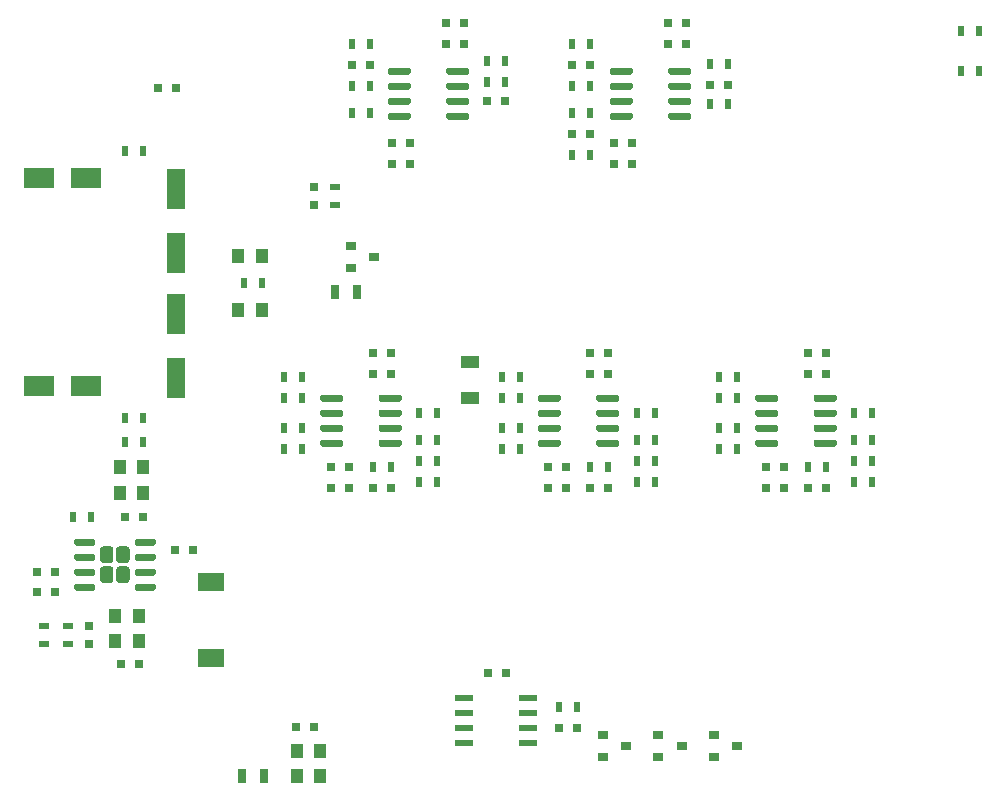
<source format=gtp>
G04 #@! TF.GenerationSoftware,KiCad,Pcbnew,(5.1.12)-1*
G04 #@! TF.CreationDate,2022-09-19T12:41:43+02:00*
G04 #@! TF.ProjectId,some_wave_v2,736f6d65-5f77-4617-9665-5f76322e6b69,rev?*
G04 #@! TF.SameCoordinates,Original*
G04 #@! TF.FileFunction,Paste,Top*
G04 #@! TF.FilePolarity,Positive*
%FSLAX46Y46*%
G04 Gerber Fmt 4.6, Leading zero omitted, Abs format (unit mm)*
G04 Created by KiCad (PCBNEW (5.1.12)-1) date 2022-09-19 12:41:43*
%MOMM*%
%LPD*%
G01*
G04 APERTURE LIST*
%ADD10R,0.750000X0.800000*%
%ADD11R,2.200000X1.500000*%
%ADD12R,0.800000X0.750000*%
%ADD13R,0.500000X0.900000*%
%ADD14R,0.900000X0.500000*%
%ADD15R,1.000000X1.250000*%
%ADD16R,1.600000X3.500000*%
%ADD17R,0.900000X0.800000*%
%ADD18R,2.500000X1.800000*%
%ADD19R,0.700000X1.300000*%
%ADD20R,1.600000X1.000000*%
%ADD21R,1.550000X0.600000*%
G04 APERTURE END LIST*
D10*
X26162000Y-16268000D03*
X26162000Y-17768000D03*
G36*
G01*
X9386000Y-49570000D02*
X9386000Y-48650000D01*
G75*
G02*
X9636000Y-48400000I250000J0D01*
G01*
X10266000Y-48400000D01*
G75*
G02*
X10516000Y-48650000I0J-250000D01*
G01*
X10516000Y-49570000D01*
G75*
G02*
X10266000Y-49820000I-250000J0D01*
G01*
X9636000Y-49820000D01*
G75*
G02*
X9386000Y-49570000I0J250000D01*
G01*
G37*
G36*
G01*
X9386000Y-47870000D02*
X9386000Y-46950000D01*
G75*
G02*
X9636000Y-46700000I250000J0D01*
G01*
X10266000Y-46700000D01*
G75*
G02*
X10516000Y-46950000I0J-250000D01*
G01*
X10516000Y-47870000D01*
G75*
G02*
X10266000Y-48120000I-250000J0D01*
G01*
X9636000Y-48120000D01*
G75*
G02*
X9386000Y-47870000I0J250000D01*
G01*
G37*
G36*
G01*
X8026000Y-49570000D02*
X8026000Y-48650000D01*
G75*
G02*
X8276000Y-48400000I250000J0D01*
G01*
X8906000Y-48400000D01*
G75*
G02*
X9156000Y-48650000I0J-250000D01*
G01*
X9156000Y-49570000D01*
G75*
G02*
X8906000Y-49820000I-250000J0D01*
G01*
X8276000Y-49820000D01*
G75*
G02*
X8026000Y-49570000I0J250000D01*
G01*
G37*
G36*
G01*
X8026000Y-47870000D02*
X8026000Y-46950000D01*
G75*
G02*
X8276000Y-46700000I250000J0D01*
G01*
X8906000Y-46700000D01*
G75*
G02*
X9156000Y-46950000I0J-250000D01*
G01*
X9156000Y-47870000D01*
G75*
G02*
X8906000Y-48120000I-250000J0D01*
G01*
X8276000Y-48120000D01*
G75*
G02*
X8026000Y-47870000I0J250000D01*
G01*
G37*
G36*
G01*
X10946000Y-46505000D02*
X10946000Y-46205000D01*
G75*
G02*
X11096000Y-46055000I150000J0D01*
G01*
X12571000Y-46055000D01*
G75*
G02*
X12721000Y-46205000I0J-150000D01*
G01*
X12721000Y-46505000D01*
G75*
G02*
X12571000Y-46655000I-150000J0D01*
G01*
X11096000Y-46655000D01*
G75*
G02*
X10946000Y-46505000I0J150000D01*
G01*
G37*
G36*
G01*
X10946000Y-47775000D02*
X10946000Y-47475000D01*
G75*
G02*
X11096000Y-47325000I150000J0D01*
G01*
X12571000Y-47325000D01*
G75*
G02*
X12721000Y-47475000I0J-150000D01*
G01*
X12721000Y-47775000D01*
G75*
G02*
X12571000Y-47925000I-150000J0D01*
G01*
X11096000Y-47925000D01*
G75*
G02*
X10946000Y-47775000I0J150000D01*
G01*
G37*
G36*
G01*
X10946000Y-49045000D02*
X10946000Y-48745000D01*
G75*
G02*
X11096000Y-48595000I150000J0D01*
G01*
X12571000Y-48595000D01*
G75*
G02*
X12721000Y-48745000I0J-150000D01*
G01*
X12721000Y-49045000D01*
G75*
G02*
X12571000Y-49195000I-150000J0D01*
G01*
X11096000Y-49195000D01*
G75*
G02*
X10946000Y-49045000I0J150000D01*
G01*
G37*
G36*
G01*
X10946000Y-50315000D02*
X10946000Y-50015000D01*
G75*
G02*
X11096000Y-49865000I150000J0D01*
G01*
X12571000Y-49865000D01*
G75*
G02*
X12721000Y-50015000I0J-150000D01*
G01*
X12721000Y-50315000D01*
G75*
G02*
X12571000Y-50465000I-150000J0D01*
G01*
X11096000Y-50465000D01*
G75*
G02*
X10946000Y-50315000I0J150000D01*
G01*
G37*
G36*
G01*
X5821000Y-50315000D02*
X5821000Y-50015000D01*
G75*
G02*
X5971000Y-49865000I150000J0D01*
G01*
X7446000Y-49865000D01*
G75*
G02*
X7596000Y-50015000I0J-150000D01*
G01*
X7596000Y-50315000D01*
G75*
G02*
X7446000Y-50465000I-150000J0D01*
G01*
X5971000Y-50465000D01*
G75*
G02*
X5821000Y-50315000I0J150000D01*
G01*
G37*
G36*
G01*
X5821000Y-49045000D02*
X5821000Y-48745000D01*
G75*
G02*
X5971000Y-48595000I150000J0D01*
G01*
X7446000Y-48595000D01*
G75*
G02*
X7596000Y-48745000I0J-150000D01*
G01*
X7596000Y-49045000D01*
G75*
G02*
X7446000Y-49195000I-150000J0D01*
G01*
X5971000Y-49195000D01*
G75*
G02*
X5821000Y-49045000I0J150000D01*
G01*
G37*
G36*
G01*
X5821000Y-47775000D02*
X5821000Y-47475000D01*
G75*
G02*
X5971000Y-47325000I150000J0D01*
G01*
X7446000Y-47325000D01*
G75*
G02*
X7596000Y-47475000I0J-150000D01*
G01*
X7596000Y-47775000D01*
G75*
G02*
X7446000Y-47925000I-150000J0D01*
G01*
X5971000Y-47925000D01*
G75*
G02*
X5821000Y-47775000I0J150000D01*
G01*
G37*
G36*
G01*
X5821000Y-46505000D02*
X5821000Y-46205000D01*
G75*
G02*
X5971000Y-46055000I150000J0D01*
G01*
X7446000Y-46055000D01*
G75*
G02*
X7596000Y-46205000I0J-150000D01*
G01*
X7596000Y-46505000D01*
G75*
G02*
X7446000Y-46655000I-150000J0D01*
G01*
X5971000Y-46655000D01*
G75*
G02*
X5821000Y-46505000I0J150000D01*
G01*
G37*
D11*
X17399000Y-56159000D03*
X17399000Y-49759000D03*
D12*
X11672000Y-44196000D03*
X10172000Y-44196000D03*
X34278000Y-14351000D03*
X32778000Y-14351000D03*
X32778000Y-12573000D03*
X34278000Y-12573000D03*
X38850000Y-4191000D03*
X37350000Y-4191000D03*
X37350000Y-2413000D03*
X38850000Y-2413000D03*
X11291000Y-56642000D03*
X9791000Y-56642000D03*
X51574000Y-14351000D03*
X53074000Y-14351000D03*
X53074000Y-12573000D03*
X51574000Y-12573000D03*
X56146000Y-4191000D03*
X57646000Y-4191000D03*
X57646000Y-2413000D03*
X56146000Y-2413000D03*
X26150000Y-61976000D03*
X24650000Y-61976000D03*
D13*
X11672000Y-37846000D03*
X10172000Y-37846000D03*
X30849000Y-4191000D03*
X29349000Y-4191000D03*
X30849000Y-7747000D03*
X29349000Y-7747000D03*
X29349000Y-10033000D03*
X30849000Y-10033000D03*
D14*
X27940000Y-16268000D03*
X27940000Y-17768000D03*
D13*
X40779000Y-5588000D03*
X42279000Y-5588000D03*
X40779000Y-7366000D03*
X42279000Y-7366000D03*
D14*
X3302000Y-54979000D03*
X3302000Y-53479000D03*
X5334000Y-54979000D03*
X5334000Y-53479000D03*
D13*
X48018000Y-4191000D03*
X49518000Y-4191000D03*
X49518000Y-7747000D03*
X48018000Y-7747000D03*
X49518000Y-10033000D03*
X48018000Y-10033000D03*
X48018000Y-13589000D03*
X49518000Y-13589000D03*
X61202000Y-5842000D03*
X59702000Y-5842000D03*
X61202000Y-9271000D03*
X59702000Y-9271000D03*
G36*
G01*
X39264000Y-10137000D02*
X39264000Y-10437000D01*
G75*
G02*
X39114000Y-10587000I-150000J0D01*
G01*
X37464000Y-10587000D01*
G75*
G02*
X37314000Y-10437000I0J150000D01*
G01*
X37314000Y-10137000D01*
G75*
G02*
X37464000Y-9987000I150000J0D01*
G01*
X39114000Y-9987000D01*
G75*
G02*
X39264000Y-10137000I0J-150000D01*
G01*
G37*
G36*
G01*
X39264000Y-8867000D02*
X39264000Y-9167000D01*
G75*
G02*
X39114000Y-9317000I-150000J0D01*
G01*
X37464000Y-9317000D01*
G75*
G02*
X37314000Y-9167000I0J150000D01*
G01*
X37314000Y-8867000D01*
G75*
G02*
X37464000Y-8717000I150000J0D01*
G01*
X39114000Y-8717000D01*
G75*
G02*
X39264000Y-8867000I0J-150000D01*
G01*
G37*
G36*
G01*
X39264000Y-7597000D02*
X39264000Y-7897000D01*
G75*
G02*
X39114000Y-8047000I-150000J0D01*
G01*
X37464000Y-8047000D01*
G75*
G02*
X37314000Y-7897000I0J150000D01*
G01*
X37314000Y-7597000D01*
G75*
G02*
X37464000Y-7447000I150000J0D01*
G01*
X39114000Y-7447000D01*
G75*
G02*
X39264000Y-7597000I0J-150000D01*
G01*
G37*
G36*
G01*
X39264000Y-6327000D02*
X39264000Y-6627000D01*
G75*
G02*
X39114000Y-6777000I-150000J0D01*
G01*
X37464000Y-6777000D01*
G75*
G02*
X37314000Y-6627000I0J150000D01*
G01*
X37314000Y-6327000D01*
G75*
G02*
X37464000Y-6177000I150000J0D01*
G01*
X39114000Y-6177000D01*
G75*
G02*
X39264000Y-6327000I0J-150000D01*
G01*
G37*
G36*
G01*
X34314000Y-6327000D02*
X34314000Y-6627000D01*
G75*
G02*
X34164000Y-6777000I-150000J0D01*
G01*
X32514000Y-6777000D01*
G75*
G02*
X32364000Y-6627000I0J150000D01*
G01*
X32364000Y-6327000D01*
G75*
G02*
X32514000Y-6177000I150000J0D01*
G01*
X34164000Y-6177000D01*
G75*
G02*
X34314000Y-6327000I0J-150000D01*
G01*
G37*
G36*
G01*
X34314000Y-7597000D02*
X34314000Y-7897000D01*
G75*
G02*
X34164000Y-8047000I-150000J0D01*
G01*
X32514000Y-8047000D01*
G75*
G02*
X32364000Y-7897000I0J150000D01*
G01*
X32364000Y-7597000D01*
G75*
G02*
X32514000Y-7447000I150000J0D01*
G01*
X34164000Y-7447000D01*
G75*
G02*
X34314000Y-7597000I0J-150000D01*
G01*
G37*
G36*
G01*
X34314000Y-8867000D02*
X34314000Y-9167000D01*
G75*
G02*
X34164000Y-9317000I-150000J0D01*
G01*
X32514000Y-9317000D01*
G75*
G02*
X32364000Y-9167000I0J150000D01*
G01*
X32364000Y-8867000D01*
G75*
G02*
X32514000Y-8717000I150000J0D01*
G01*
X34164000Y-8717000D01*
G75*
G02*
X34314000Y-8867000I0J-150000D01*
G01*
G37*
G36*
G01*
X34314000Y-10137000D02*
X34314000Y-10437000D01*
G75*
G02*
X34164000Y-10587000I-150000J0D01*
G01*
X32514000Y-10587000D01*
G75*
G02*
X32364000Y-10437000I0J150000D01*
G01*
X32364000Y-10137000D01*
G75*
G02*
X32514000Y-9987000I150000J0D01*
G01*
X34164000Y-9987000D01*
G75*
G02*
X34314000Y-10137000I0J-150000D01*
G01*
G37*
G36*
G01*
X58060000Y-10137000D02*
X58060000Y-10437000D01*
G75*
G02*
X57910000Y-10587000I-150000J0D01*
G01*
X56260000Y-10587000D01*
G75*
G02*
X56110000Y-10437000I0J150000D01*
G01*
X56110000Y-10137000D01*
G75*
G02*
X56260000Y-9987000I150000J0D01*
G01*
X57910000Y-9987000D01*
G75*
G02*
X58060000Y-10137000I0J-150000D01*
G01*
G37*
G36*
G01*
X58060000Y-8867000D02*
X58060000Y-9167000D01*
G75*
G02*
X57910000Y-9317000I-150000J0D01*
G01*
X56260000Y-9317000D01*
G75*
G02*
X56110000Y-9167000I0J150000D01*
G01*
X56110000Y-8867000D01*
G75*
G02*
X56260000Y-8717000I150000J0D01*
G01*
X57910000Y-8717000D01*
G75*
G02*
X58060000Y-8867000I0J-150000D01*
G01*
G37*
G36*
G01*
X58060000Y-7597000D02*
X58060000Y-7897000D01*
G75*
G02*
X57910000Y-8047000I-150000J0D01*
G01*
X56260000Y-8047000D01*
G75*
G02*
X56110000Y-7897000I0J150000D01*
G01*
X56110000Y-7597000D01*
G75*
G02*
X56260000Y-7447000I150000J0D01*
G01*
X57910000Y-7447000D01*
G75*
G02*
X58060000Y-7597000I0J-150000D01*
G01*
G37*
G36*
G01*
X58060000Y-6327000D02*
X58060000Y-6627000D01*
G75*
G02*
X57910000Y-6777000I-150000J0D01*
G01*
X56260000Y-6777000D01*
G75*
G02*
X56110000Y-6627000I0J150000D01*
G01*
X56110000Y-6327000D01*
G75*
G02*
X56260000Y-6177000I150000J0D01*
G01*
X57910000Y-6177000D01*
G75*
G02*
X58060000Y-6327000I0J-150000D01*
G01*
G37*
G36*
G01*
X53110000Y-6327000D02*
X53110000Y-6627000D01*
G75*
G02*
X52960000Y-6777000I-150000J0D01*
G01*
X51310000Y-6777000D01*
G75*
G02*
X51160000Y-6627000I0J150000D01*
G01*
X51160000Y-6327000D01*
G75*
G02*
X51310000Y-6177000I150000J0D01*
G01*
X52960000Y-6177000D01*
G75*
G02*
X53110000Y-6327000I0J-150000D01*
G01*
G37*
G36*
G01*
X53110000Y-7597000D02*
X53110000Y-7897000D01*
G75*
G02*
X52960000Y-8047000I-150000J0D01*
G01*
X51310000Y-8047000D01*
G75*
G02*
X51160000Y-7897000I0J150000D01*
G01*
X51160000Y-7597000D01*
G75*
G02*
X51310000Y-7447000I150000J0D01*
G01*
X52960000Y-7447000D01*
G75*
G02*
X53110000Y-7597000I0J-150000D01*
G01*
G37*
G36*
G01*
X53110000Y-8867000D02*
X53110000Y-9167000D01*
G75*
G02*
X52960000Y-9317000I-150000J0D01*
G01*
X51310000Y-9317000D01*
G75*
G02*
X51160000Y-9167000I0J150000D01*
G01*
X51160000Y-8867000D01*
G75*
G02*
X51310000Y-8717000I150000J0D01*
G01*
X52960000Y-8717000D01*
G75*
G02*
X53110000Y-8867000I0J-150000D01*
G01*
G37*
G36*
G01*
X53110000Y-10137000D02*
X53110000Y-10437000D01*
G75*
G02*
X52960000Y-10587000I-150000J0D01*
G01*
X51310000Y-10587000D01*
G75*
G02*
X51160000Y-10437000I0J150000D01*
G01*
X51160000Y-10137000D01*
G75*
G02*
X51310000Y-9987000I150000J0D01*
G01*
X52960000Y-9987000D01*
G75*
G02*
X53110000Y-10137000I0J-150000D01*
G01*
G37*
D15*
X11668000Y-40005000D03*
X9668000Y-40005000D03*
X11668000Y-42164000D03*
X9668000Y-42164000D03*
D12*
X14363000Y-46990000D03*
X15863000Y-46990000D03*
D15*
X9287000Y-52578000D03*
X11287000Y-52578000D03*
D12*
X2679000Y-48895000D03*
X4179000Y-48895000D03*
X2679000Y-50546000D03*
X4179000Y-50546000D03*
D10*
X7112000Y-53479000D03*
X7112000Y-54979000D03*
D15*
X11287000Y-54737000D03*
X9287000Y-54737000D03*
D13*
X7227000Y-44196000D03*
X5727000Y-44196000D03*
D15*
X24654000Y-64008000D03*
X26654000Y-64008000D03*
D13*
X82411000Y-6477000D03*
X80911000Y-6477000D03*
X80911000Y-3048000D03*
X82411000Y-3048000D03*
D12*
X29349000Y-5969000D03*
X30849000Y-5969000D03*
X49518000Y-5969000D03*
X48018000Y-5969000D03*
X42279000Y-9017000D03*
X40779000Y-9017000D03*
X61202000Y-7620000D03*
X59702000Y-7620000D03*
X48018000Y-11811000D03*
X49518000Y-11811000D03*
X69457000Y-41783000D03*
X67957000Y-41783000D03*
X51042000Y-41783000D03*
X49542000Y-41783000D03*
X31127000Y-41783000D03*
X32627000Y-41783000D03*
D15*
X24654000Y-66167000D03*
X26654000Y-66167000D03*
D16*
X14478000Y-32418000D03*
X14478000Y-27018000D03*
X14478000Y-16477000D03*
X14478000Y-21877000D03*
D15*
X19701000Y-26670000D03*
X21701000Y-26670000D03*
X19701000Y-22098000D03*
X21701000Y-22098000D03*
D12*
X64401000Y-41783000D03*
X65901000Y-41783000D03*
X65901000Y-40005000D03*
X64401000Y-40005000D03*
X69457000Y-32131000D03*
X67957000Y-32131000D03*
X69457000Y-30353000D03*
X67957000Y-30353000D03*
X47486000Y-41783000D03*
X45986000Y-41783000D03*
X45986000Y-40005000D03*
X47486000Y-40005000D03*
X51042000Y-32131000D03*
X49542000Y-32131000D03*
X49542000Y-30353000D03*
X51042000Y-30353000D03*
X29071000Y-41783000D03*
X27571000Y-41783000D03*
X27571000Y-40005000D03*
X29071000Y-40005000D03*
X32627000Y-32131000D03*
X31127000Y-32131000D03*
X31127000Y-30353000D03*
X32627000Y-30353000D03*
X12966000Y-7874000D03*
X14466000Y-7874000D03*
D17*
X59960000Y-62677000D03*
X59960000Y-64577000D03*
X61960000Y-63627000D03*
X57261000Y-63627000D03*
X55261000Y-64577000D03*
X55261000Y-62677000D03*
X52562000Y-63627000D03*
X50562000Y-64577000D03*
X50562000Y-62677000D03*
D18*
X2826000Y-33147000D03*
X6826000Y-33147000D03*
X2826000Y-15494000D03*
X6826000Y-15494000D03*
D19*
X20005000Y-66167000D03*
X21905000Y-66167000D03*
D13*
X11672000Y-35814000D03*
X10172000Y-35814000D03*
X10172000Y-13208000D03*
X11672000Y-13208000D03*
X20205000Y-24384000D03*
X21705000Y-24384000D03*
X61964000Y-34163000D03*
X60464000Y-34163000D03*
X43549000Y-34163000D03*
X42049000Y-34163000D03*
X25134000Y-34163000D03*
X23634000Y-34163000D03*
X61964000Y-38481000D03*
X60464000Y-38481000D03*
X43549000Y-38481000D03*
X42049000Y-38481000D03*
X25134000Y-38481000D03*
X23634000Y-38481000D03*
X61964000Y-32385000D03*
X60464000Y-32385000D03*
X43549000Y-32385000D03*
X42049000Y-32385000D03*
X25134000Y-32385000D03*
X23634000Y-32385000D03*
X61964000Y-36703000D03*
X60464000Y-36703000D03*
X43549000Y-36703000D03*
X42049000Y-36703000D03*
X25134000Y-36703000D03*
X23634000Y-36703000D03*
X71894000Y-37719000D03*
X73394000Y-37719000D03*
X53479000Y-37719000D03*
X54979000Y-37719000D03*
X35064000Y-37719000D03*
X36564000Y-37719000D03*
X71894000Y-35433000D03*
X73394000Y-35433000D03*
X54979000Y-35433000D03*
X53479000Y-35433000D03*
X36564000Y-35433000D03*
X35064000Y-35433000D03*
X71894000Y-39497000D03*
X73394000Y-39497000D03*
X54979000Y-39497000D03*
X53479000Y-39497000D03*
X36564000Y-39497000D03*
X35064000Y-39497000D03*
X71894000Y-41275000D03*
X73394000Y-41275000D03*
X54979000Y-41275000D03*
X53479000Y-41275000D03*
X36564000Y-41275000D03*
X35064000Y-41275000D03*
X69457000Y-40005000D03*
X67957000Y-40005000D03*
X51042000Y-40005000D03*
X49542000Y-40005000D03*
X32627000Y-40005000D03*
X31127000Y-40005000D03*
D19*
X29779000Y-25146000D03*
X27879000Y-25146000D03*
G36*
G01*
X70379000Y-37823000D02*
X70379000Y-38123000D01*
G75*
G02*
X70229000Y-38273000I-150000J0D01*
G01*
X68579000Y-38273000D01*
G75*
G02*
X68429000Y-38123000I0J150000D01*
G01*
X68429000Y-37823000D01*
G75*
G02*
X68579000Y-37673000I150000J0D01*
G01*
X70229000Y-37673000D01*
G75*
G02*
X70379000Y-37823000I0J-150000D01*
G01*
G37*
G36*
G01*
X70379000Y-36553000D02*
X70379000Y-36853000D01*
G75*
G02*
X70229000Y-37003000I-150000J0D01*
G01*
X68579000Y-37003000D01*
G75*
G02*
X68429000Y-36853000I0J150000D01*
G01*
X68429000Y-36553000D01*
G75*
G02*
X68579000Y-36403000I150000J0D01*
G01*
X70229000Y-36403000D01*
G75*
G02*
X70379000Y-36553000I0J-150000D01*
G01*
G37*
G36*
G01*
X70379000Y-35283000D02*
X70379000Y-35583000D01*
G75*
G02*
X70229000Y-35733000I-150000J0D01*
G01*
X68579000Y-35733000D01*
G75*
G02*
X68429000Y-35583000I0J150000D01*
G01*
X68429000Y-35283000D01*
G75*
G02*
X68579000Y-35133000I150000J0D01*
G01*
X70229000Y-35133000D01*
G75*
G02*
X70379000Y-35283000I0J-150000D01*
G01*
G37*
G36*
G01*
X70379000Y-34013000D02*
X70379000Y-34313000D01*
G75*
G02*
X70229000Y-34463000I-150000J0D01*
G01*
X68579000Y-34463000D01*
G75*
G02*
X68429000Y-34313000I0J150000D01*
G01*
X68429000Y-34013000D01*
G75*
G02*
X68579000Y-33863000I150000J0D01*
G01*
X70229000Y-33863000D01*
G75*
G02*
X70379000Y-34013000I0J-150000D01*
G01*
G37*
G36*
G01*
X65429000Y-34013000D02*
X65429000Y-34313000D01*
G75*
G02*
X65279000Y-34463000I-150000J0D01*
G01*
X63629000Y-34463000D01*
G75*
G02*
X63479000Y-34313000I0J150000D01*
G01*
X63479000Y-34013000D01*
G75*
G02*
X63629000Y-33863000I150000J0D01*
G01*
X65279000Y-33863000D01*
G75*
G02*
X65429000Y-34013000I0J-150000D01*
G01*
G37*
G36*
G01*
X65429000Y-35283000D02*
X65429000Y-35583000D01*
G75*
G02*
X65279000Y-35733000I-150000J0D01*
G01*
X63629000Y-35733000D01*
G75*
G02*
X63479000Y-35583000I0J150000D01*
G01*
X63479000Y-35283000D01*
G75*
G02*
X63629000Y-35133000I150000J0D01*
G01*
X65279000Y-35133000D01*
G75*
G02*
X65429000Y-35283000I0J-150000D01*
G01*
G37*
G36*
G01*
X65429000Y-36553000D02*
X65429000Y-36853000D01*
G75*
G02*
X65279000Y-37003000I-150000J0D01*
G01*
X63629000Y-37003000D01*
G75*
G02*
X63479000Y-36853000I0J150000D01*
G01*
X63479000Y-36553000D01*
G75*
G02*
X63629000Y-36403000I150000J0D01*
G01*
X65279000Y-36403000D01*
G75*
G02*
X65429000Y-36553000I0J-150000D01*
G01*
G37*
G36*
G01*
X65429000Y-37823000D02*
X65429000Y-38123000D01*
G75*
G02*
X65279000Y-38273000I-150000J0D01*
G01*
X63629000Y-38273000D01*
G75*
G02*
X63479000Y-38123000I0J150000D01*
G01*
X63479000Y-37823000D01*
G75*
G02*
X63629000Y-37673000I150000J0D01*
G01*
X65279000Y-37673000D01*
G75*
G02*
X65429000Y-37823000I0J-150000D01*
G01*
G37*
G36*
G01*
X51964000Y-37823000D02*
X51964000Y-38123000D01*
G75*
G02*
X51814000Y-38273000I-150000J0D01*
G01*
X50164000Y-38273000D01*
G75*
G02*
X50014000Y-38123000I0J150000D01*
G01*
X50014000Y-37823000D01*
G75*
G02*
X50164000Y-37673000I150000J0D01*
G01*
X51814000Y-37673000D01*
G75*
G02*
X51964000Y-37823000I0J-150000D01*
G01*
G37*
G36*
G01*
X51964000Y-36553000D02*
X51964000Y-36853000D01*
G75*
G02*
X51814000Y-37003000I-150000J0D01*
G01*
X50164000Y-37003000D01*
G75*
G02*
X50014000Y-36853000I0J150000D01*
G01*
X50014000Y-36553000D01*
G75*
G02*
X50164000Y-36403000I150000J0D01*
G01*
X51814000Y-36403000D01*
G75*
G02*
X51964000Y-36553000I0J-150000D01*
G01*
G37*
G36*
G01*
X51964000Y-35283000D02*
X51964000Y-35583000D01*
G75*
G02*
X51814000Y-35733000I-150000J0D01*
G01*
X50164000Y-35733000D01*
G75*
G02*
X50014000Y-35583000I0J150000D01*
G01*
X50014000Y-35283000D01*
G75*
G02*
X50164000Y-35133000I150000J0D01*
G01*
X51814000Y-35133000D01*
G75*
G02*
X51964000Y-35283000I0J-150000D01*
G01*
G37*
G36*
G01*
X51964000Y-34013000D02*
X51964000Y-34313000D01*
G75*
G02*
X51814000Y-34463000I-150000J0D01*
G01*
X50164000Y-34463000D01*
G75*
G02*
X50014000Y-34313000I0J150000D01*
G01*
X50014000Y-34013000D01*
G75*
G02*
X50164000Y-33863000I150000J0D01*
G01*
X51814000Y-33863000D01*
G75*
G02*
X51964000Y-34013000I0J-150000D01*
G01*
G37*
G36*
G01*
X47014000Y-34013000D02*
X47014000Y-34313000D01*
G75*
G02*
X46864000Y-34463000I-150000J0D01*
G01*
X45214000Y-34463000D01*
G75*
G02*
X45064000Y-34313000I0J150000D01*
G01*
X45064000Y-34013000D01*
G75*
G02*
X45214000Y-33863000I150000J0D01*
G01*
X46864000Y-33863000D01*
G75*
G02*
X47014000Y-34013000I0J-150000D01*
G01*
G37*
G36*
G01*
X47014000Y-35283000D02*
X47014000Y-35583000D01*
G75*
G02*
X46864000Y-35733000I-150000J0D01*
G01*
X45214000Y-35733000D01*
G75*
G02*
X45064000Y-35583000I0J150000D01*
G01*
X45064000Y-35283000D01*
G75*
G02*
X45214000Y-35133000I150000J0D01*
G01*
X46864000Y-35133000D01*
G75*
G02*
X47014000Y-35283000I0J-150000D01*
G01*
G37*
G36*
G01*
X47014000Y-36553000D02*
X47014000Y-36853000D01*
G75*
G02*
X46864000Y-37003000I-150000J0D01*
G01*
X45214000Y-37003000D01*
G75*
G02*
X45064000Y-36853000I0J150000D01*
G01*
X45064000Y-36553000D01*
G75*
G02*
X45214000Y-36403000I150000J0D01*
G01*
X46864000Y-36403000D01*
G75*
G02*
X47014000Y-36553000I0J-150000D01*
G01*
G37*
G36*
G01*
X47014000Y-37823000D02*
X47014000Y-38123000D01*
G75*
G02*
X46864000Y-38273000I-150000J0D01*
G01*
X45214000Y-38273000D01*
G75*
G02*
X45064000Y-38123000I0J150000D01*
G01*
X45064000Y-37823000D01*
G75*
G02*
X45214000Y-37673000I150000J0D01*
G01*
X46864000Y-37673000D01*
G75*
G02*
X47014000Y-37823000I0J-150000D01*
G01*
G37*
G36*
G01*
X28599000Y-37823000D02*
X28599000Y-38123000D01*
G75*
G02*
X28449000Y-38273000I-150000J0D01*
G01*
X26799000Y-38273000D01*
G75*
G02*
X26649000Y-38123000I0J150000D01*
G01*
X26649000Y-37823000D01*
G75*
G02*
X26799000Y-37673000I150000J0D01*
G01*
X28449000Y-37673000D01*
G75*
G02*
X28599000Y-37823000I0J-150000D01*
G01*
G37*
G36*
G01*
X28599000Y-36553000D02*
X28599000Y-36853000D01*
G75*
G02*
X28449000Y-37003000I-150000J0D01*
G01*
X26799000Y-37003000D01*
G75*
G02*
X26649000Y-36853000I0J150000D01*
G01*
X26649000Y-36553000D01*
G75*
G02*
X26799000Y-36403000I150000J0D01*
G01*
X28449000Y-36403000D01*
G75*
G02*
X28599000Y-36553000I0J-150000D01*
G01*
G37*
G36*
G01*
X28599000Y-35283000D02*
X28599000Y-35583000D01*
G75*
G02*
X28449000Y-35733000I-150000J0D01*
G01*
X26799000Y-35733000D01*
G75*
G02*
X26649000Y-35583000I0J150000D01*
G01*
X26649000Y-35283000D01*
G75*
G02*
X26799000Y-35133000I150000J0D01*
G01*
X28449000Y-35133000D01*
G75*
G02*
X28599000Y-35283000I0J-150000D01*
G01*
G37*
G36*
G01*
X28599000Y-34013000D02*
X28599000Y-34313000D01*
G75*
G02*
X28449000Y-34463000I-150000J0D01*
G01*
X26799000Y-34463000D01*
G75*
G02*
X26649000Y-34313000I0J150000D01*
G01*
X26649000Y-34013000D01*
G75*
G02*
X26799000Y-33863000I150000J0D01*
G01*
X28449000Y-33863000D01*
G75*
G02*
X28599000Y-34013000I0J-150000D01*
G01*
G37*
G36*
G01*
X33549000Y-34013000D02*
X33549000Y-34313000D01*
G75*
G02*
X33399000Y-34463000I-150000J0D01*
G01*
X31749000Y-34463000D01*
G75*
G02*
X31599000Y-34313000I0J150000D01*
G01*
X31599000Y-34013000D01*
G75*
G02*
X31749000Y-33863000I150000J0D01*
G01*
X33399000Y-33863000D01*
G75*
G02*
X33549000Y-34013000I0J-150000D01*
G01*
G37*
G36*
G01*
X33549000Y-35283000D02*
X33549000Y-35583000D01*
G75*
G02*
X33399000Y-35733000I-150000J0D01*
G01*
X31749000Y-35733000D01*
G75*
G02*
X31599000Y-35583000I0J150000D01*
G01*
X31599000Y-35283000D01*
G75*
G02*
X31749000Y-35133000I150000J0D01*
G01*
X33399000Y-35133000D01*
G75*
G02*
X33549000Y-35283000I0J-150000D01*
G01*
G37*
G36*
G01*
X33549000Y-36553000D02*
X33549000Y-36853000D01*
G75*
G02*
X33399000Y-37003000I-150000J0D01*
G01*
X31749000Y-37003000D01*
G75*
G02*
X31599000Y-36853000I0J150000D01*
G01*
X31599000Y-36553000D01*
G75*
G02*
X31749000Y-36403000I150000J0D01*
G01*
X33399000Y-36403000D01*
G75*
G02*
X33549000Y-36553000I0J-150000D01*
G01*
G37*
G36*
G01*
X33549000Y-37823000D02*
X33549000Y-38123000D01*
G75*
G02*
X33399000Y-38273000I-150000J0D01*
G01*
X31749000Y-38273000D01*
G75*
G02*
X31599000Y-38123000I0J150000D01*
G01*
X31599000Y-37823000D01*
G75*
G02*
X31749000Y-37673000I150000J0D01*
G01*
X33399000Y-37673000D01*
G75*
G02*
X33549000Y-37823000I0J-150000D01*
G01*
G37*
D17*
X29226000Y-21275000D03*
X29226000Y-23175000D03*
X31226000Y-22225000D03*
D20*
X39370000Y-31139000D03*
X39370000Y-34139000D03*
D12*
X40906000Y-57404000D03*
X42406000Y-57404000D03*
X46875000Y-62103000D03*
X48375000Y-62103000D03*
D13*
X48375000Y-60325000D03*
X46875000Y-60325000D03*
D21*
X38829000Y-59563000D03*
X38829000Y-60833000D03*
X38829000Y-62103000D03*
X38829000Y-63373000D03*
X44229000Y-63373000D03*
X44229000Y-62103000D03*
X44229000Y-60833000D03*
X44229000Y-59563000D03*
M02*

</source>
